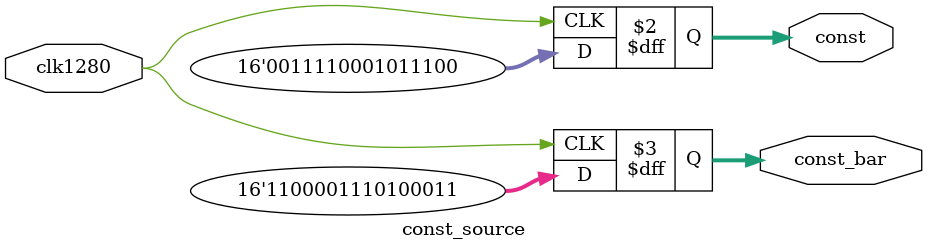
<source format=v>

module const_source(
		input clk1280,
		output reg [15:0] const,
		output reg [15:0] const_bar
);


always @ (posedge clk1280) begin
	const = 16'h3C5C;
	const_bar = 16'hC3A3;
end 


endmodule
</source>
